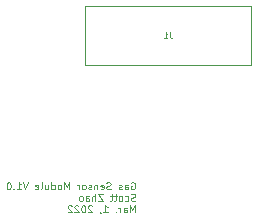
<source format=gbr>
%TF.GenerationSoftware,KiCad,Pcbnew,(6.0.0-0)*%
%TF.CreationDate,2022-03-07T02:22:32-05:00*%
%TF.ProjectId,multi_gas,6d756c74-695f-4676-9173-2e6b69636164,rev?*%
%TF.SameCoordinates,Original*%
%TF.FileFunction,Legend,Bot*%
%TF.FilePolarity,Positive*%
%FSLAX46Y46*%
G04 Gerber Fmt 4.6, Leading zero omitted, Abs format (unit mm)*
G04 Created by KiCad (PCBNEW (6.0.0-0)) date 2022-03-07 02:22:32*
%MOMM*%
%LPD*%
G01*
G04 APERTURE LIST*
%ADD10C,0.080000*%
%ADD11C,0.100000*%
%ADD12C,0.120000*%
G04 APERTURE END LIST*
D10*
X103884857Y-77474000D02*
X103942000Y-77445428D01*
X104027714Y-77445428D01*
X104113428Y-77474000D01*
X104170571Y-77531142D01*
X104199142Y-77588285D01*
X104227714Y-77702571D01*
X104227714Y-77788285D01*
X104199142Y-77902571D01*
X104170571Y-77959714D01*
X104113428Y-78016857D01*
X104027714Y-78045428D01*
X103970571Y-78045428D01*
X103884857Y-78016857D01*
X103856285Y-77988285D01*
X103856285Y-77788285D01*
X103970571Y-77788285D01*
X103342000Y-78045428D02*
X103342000Y-77731142D01*
X103370571Y-77674000D01*
X103427714Y-77645428D01*
X103542000Y-77645428D01*
X103599142Y-77674000D01*
X103342000Y-78016857D02*
X103399142Y-78045428D01*
X103542000Y-78045428D01*
X103599142Y-78016857D01*
X103627714Y-77959714D01*
X103627714Y-77902571D01*
X103599142Y-77845428D01*
X103542000Y-77816857D01*
X103399142Y-77816857D01*
X103342000Y-77788285D01*
X103084857Y-78016857D02*
X103027714Y-78045428D01*
X102913428Y-78045428D01*
X102856285Y-78016857D01*
X102827714Y-77959714D01*
X102827714Y-77931142D01*
X102856285Y-77874000D01*
X102913428Y-77845428D01*
X102999142Y-77845428D01*
X103056285Y-77816857D01*
X103084857Y-77759714D01*
X103084857Y-77731142D01*
X103056285Y-77674000D01*
X102999142Y-77645428D01*
X102913428Y-77645428D01*
X102856285Y-77674000D01*
X102142000Y-78016857D02*
X102056285Y-78045428D01*
X101913428Y-78045428D01*
X101856285Y-78016857D01*
X101827714Y-77988285D01*
X101799142Y-77931142D01*
X101799142Y-77874000D01*
X101827714Y-77816857D01*
X101856285Y-77788285D01*
X101913428Y-77759714D01*
X102027714Y-77731142D01*
X102084857Y-77702571D01*
X102113428Y-77674000D01*
X102142000Y-77616857D01*
X102142000Y-77559714D01*
X102113428Y-77502571D01*
X102084857Y-77474000D01*
X102027714Y-77445428D01*
X101884857Y-77445428D01*
X101799142Y-77474000D01*
X101313428Y-78016857D02*
X101370571Y-78045428D01*
X101484857Y-78045428D01*
X101542000Y-78016857D01*
X101570571Y-77959714D01*
X101570571Y-77731142D01*
X101542000Y-77674000D01*
X101484857Y-77645428D01*
X101370571Y-77645428D01*
X101313428Y-77674000D01*
X101284857Y-77731142D01*
X101284857Y-77788285D01*
X101570571Y-77845428D01*
X101027714Y-77645428D02*
X101027714Y-78045428D01*
X101027714Y-77702571D02*
X100999142Y-77674000D01*
X100942000Y-77645428D01*
X100856285Y-77645428D01*
X100799142Y-77674000D01*
X100770571Y-77731142D01*
X100770571Y-78045428D01*
X100513428Y-78016857D02*
X100456285Y-78045428D01*
X100342000Y-78045428D01*
X100284857Y-78016857D01*
X100256285Y-77959714D01*
X100256285Y-77931142D01*
X100284857Y-77874000D01*
X100342000Y-77845428D01*
X100427714Y-77845428D01*
X100484857Y-77816857D01*
X100513428Y-77759714D01*
X100513428Y-77731142D01*
X100484857Y-77674000D01*
X100427714Y-77645428D01*
X100342000Y-77645428D01*
X100284857Y-77674000D01*
X99913428Y-78045428D02*
X99970571Y-78016857D01*
X99999142Y-77988285D01*
X100027714Y-77931142D01*
X100027714Y-77759714D01*
X99999142Y-77702571D01*
X99970571Y-77674000D01*
X99913428Y-77645428D01*
X99827714Y-77645428D01*
X99770571Y-77674000D01*
X99742000Y-77702571D01*
X99713428Y-77759714D01*
X99713428Y-77931142D01*
X99742000Y-77988285D01*
X99770571Y-78016857D01*
X99827714Y-78045428D01*
X99913428Y-78045428D01*
X99456285Y-78045428D02*
X99456285Y-77645428D01*
X99456285Y-77759714D02*
X99427714Y-77702571D01*
X99399142Y-77674000D01*
X99342000Y-77645428D01*
X99284857Y-77645428D01*
X98627714Y-78045428D02*
X98627714Y-77445428D01*
X98427714Y-77874000D01*
X98227714Y-77445428D01*
X98227714Y-78045428D01*
X97856285Y-78045428D02*
X97913428Y-78016857D01*
X97942000Y-77988285D01*
X97970571Y-77931142D01*
X97970571Y-77759714D01*
X97942000Y-77702571D01*
X97913428Y-77674000D01*
X97856285Y-77645428D01*
X97770571Y-77645428D01*
X97713428Y-77674000D01*
X97684857Y-77702571D01*
X97656285Y-77759714D01*
X97656285Y-77931142D01*
X97684857Y-77988285D01*
X97713428Y-78016857D01*
X97770571Y-78045428D01*
X97856285Y-78045428D01*
X97142000Y-78045428D02*
X97142000Y-77445428D01*
X97142000Y-78016857D02*
X97199142Y-78045428D01*
X97313428Y-78045428D01*
X97370571Y-78016857D01*
X97399142Y-77988285D01*
X97427714Y-77931142D01*
X97427714Y-77759714D01*
X97399142Y-77702571D01*
X97370571Y-77674000D01*
X97313428Y-77645428D01*
X97199142Y-77645428D01*
X97142000Y-77674000D01*
X96599142Y-77645428D02*
X96599142Y-78045428D01*
X96856285Y-77645428D02*
X96856285Y-77959714D01*
X96827714Y-78016857D01*
X96770571Y-78045428D01*
X96684857Y-78045428D01*
X96627714Y-78016857D01*
X96599142Y-77988285D01*
X96227714Y-78045428D02*
X96284857Y-78016857D01*
X96313428Y-77959714D01*
X96313428Y-77445428D01*
X95770571Y-78016857D02*
X95827714Y-78045428D01*
X95942000Y-78045428D01*
X95999142Y-78016857D01*
X96027714Y-77959714D01*
X96027714Y-77731142D01*
X95999142Y-77674000D01*
X95942000Y-77645428D01*
X95827714Y-77645428D01*
X95770571Y-77674000D01*
X95742000Y-77731142D01*
X95742000Y-77788285D01*
X96027714Y-77845428D01*
X95113428Y-77445428D02*
X94913428Y-78045428D01*
X94713428Y-77445428D01*
X94199142Y-78045428D02*
X94542000Y-78045428D01*
X94370571Y-78045428D02*
X94370571Y-77445428D01*
X94427714Y-77531142D01*
X94484857Y-77588285D01*
X94542000Y-77616857D01*
X93942000Y-77988285D02*
X93913428Y-78016857D01*
X93942000Y-78045428D01*
X93970571Y-78016857D01*
X93942000Y-77988285D01*
X93942000Y-78045428D01*
X93542000Y-77445428D02*
X93484857Y-77445428D01*
X93427714Y-77474000D01*
X93399142Y-77502571D01*
X93370571Y-77559714D01*
X93342000Y-77674000D01*
X93342000Y-77816857D01*
X93370571Y-77931142D01*
X93399142Y-77988285D01*
X93427714Y-78016857D01*
X93484857Y-78045428D01*
X93542000Y-78045428D01*
X93599142Y-78016857D01*
X93627714Y-77988285D01*
X93656285Y-77931142D01*
X93684857Y-77816857D01*
X93684857Y-77674000D01*
X93656285Y-77559714D01*
X93627714Y-77502571D01*
X93599142Y-77474000D01*
X93542000Y-77445428D01*
X104227714Y-78982857D02*
X104142000Y-79011428D01*
X103999142Y-79011428D01*
X103942000Y-78982857D01*
X103913428Y-78954285D01*
X103884857Y-78897142D01*
X103884857Y-78840000D01*
X103913428Y-78782857D01*
X103942000Y-78754285D01*
X103999142Y-78725714D01*
X104113428Y-78697142D01*
X104170571Y-78668571D01*
X104199142Y-78640000D01*
X104227714Y-78582857D01*
X104227714Y-78525714D01*
X104199142Y-78468571D01*
X104170571Y-78440000D01*
X104113428Y-78411428D01*
X103970571Y-78411428D01*
X103884857Y-78440000D01*
X103370571Y-78982857D02*
X103427714Y-79011428D01*
X103542000Y-79011428D01*
X103599142Y-78982857D01*
X103627714Y-78954285D01*
X103656285Y-78897142D01*
X103656285Y-78725714D01*
X103627714Y-78668571D01*
X103599142Y-78640000D01*
X103542000Y-78611428D01*
X103427714Y-78611428D01*
X103370571Y-78640000D01*
X103027714Y-79011428D02*
X103084857Y-78982857D01*
X103113428Y-78954285D01*
X103142000Y-78897142D01*
X103142000Y-78725714D01*
X103113428Y-78668571D01*
X103084857Y-78640000D01*
X103027714Y-78611428D01*
X102942000Y-78611428D01*
X102884857Y-78640000D01*
X102856285Y-78668571D01*
X102827714Y-78725714D01*
X102827714Y-78897142D01*
X102856285Y-78954285D01*
X102884857Y-78982857D01*
X102942000Y-79011428D01*
X103027714Y-79011428D01*
X102656285Y-78611428D02*
X102427714Y-78611428D01*
X102570571Y-78411428D02*
X102570571Y-78925714D01*
X102542000Y-78982857D01*
X102484857Y-79011428D01*
X102427714Y-79011428D01*
X102313428Y-78611428D02*
X102084857Y-78611428D01*
X102227714Y-78411428D02*
X102227714Y-78925714D01*
X102199142Y-78982857D01*
X102142000Y-79011428D01*
X102084857Y-79011428D01*
X101484857Y-78411428D02*
X101084857Y-78411428D01*
X101484857Y-79011428D01*
X101084857Y-79011428D01*
X100856285Y-79011428D02*
X100856285Y-78411428D01*
X100599142Y-79011428D02*
X100599142Y-78697142D01*
X100627714Y-78640000D01*
X100684857Y-78611428D01*
X100770571Y-78611428D01*
X100827714Y-78640000D01*
X100856285Y-78668571D01*
X100056285Y-79011428D02*
X100056285Y-78697142D01*
X100084857Y-78640000D01*
X100142000Y-78611428D01*
X100256285Y-78611428D01*
X100313428Y-78640000D01*
X100056285Y-78982857D02*
X100113428Y-79011428D01*
X100256285Y-79011428D01*
X100313428Y-78982857D01*
X100342000Y-78925714D01*
X100342000Y-78868571D01*
X100313428Y-78811428D01*
X100256285Y-78782857D01*
X100113428Y-78782857D01*
X100056285Y-78754285D01*
X99684857Y-79011428D02*
X99742000Y-78982857D01*
X99770571Y-78954285D01*
X99799142Y-78897142D01*
X99799142Y-78725714D01*
X99770571Y-78668571D01*
X99742000Y-78640000D01*
X99684857Y-78611428D01*
X99599142Y-78611428D01*
X99542000Y-78640000D01*
X99513428Y-78668571D01*
X99484857Y-78725714D01*
X99484857Y-78897142D01*
X99513428Y-78954285D01*
X99542000Y-78982857D01*
X99599142Y-79011428D01*
X99684857Y-79011428D01*
X104199142Y-79977428D02*
X104199142Y-79377428D01*
X103999142Y-79806000D01*
X103799142Y-79377428D01*
X103799142Y-79977428D01*
X103256285Y-79977428D02*
X103256285Y-79663142D01*
X103284857Y-79606000D01*
X103342000Y-79577428D01*
X103456285Y-79577428D01*
X103513428Y-79606000D01*
X103256285Y-79948857D02*
X103313428Y-79977428D01*
X103456285Y-79977428D01*
X103513428Y-79948857D01*
X103542000Y-79891714D01*
X103542000Y-79834571D01*
X103513428Y-79777428D01*
X103456285Y-79748857D01*
X103313428Y-79748857D01*
X103256285Y-79720285D01*
X102970571Y-79977428D02*
X102970571Y-79577428D01*
X102970571Y-79691714D02*
X102942000Y-79634571D01*
X102913428Y-79606000D01*
X102856285Y-79577428D01*
X102799142Y-79577428D01*
X102599142Y-79920285D02*
X102570571Y-79948857D01*
X102599142Y-79977428D01*
X102627714Y-79948857D01*
X102599142Y-79920285D01*
X102599142Y-79977428D01*
X101542000Y-79977428D02*
X101884857Y-79977428D01*
X101713428Y-79977428D02*
X101713428Y-79377428D01*
X101770571Y-79463142D01*
X101827714Y-79520285D01*
X101884857Y-79548857D01*
X101256285Y-79948857D02*
X101256285Y-79977428D01*
X101284857Y-80034571D01*
X101313428Y-80063142D01*
X100570571Y-79434571D02*
X100542000Y-79406000D01*
X100484857Y-79377428D01*
X100342000Y-79377428D01*
X100284857Y-79406000D01*
X100256285Y-79434571D01*
X100227714Y-79491714D01*
X100227714Y-79548857D01*
X100256285Y-79634571D01*
X100599142Y-79977428D01*
X100227714Y-79977428D01*
X99856285Y-79377428D02*
X99799142Y-79377428D01*
X99742000Y-79406000D01*
X99713428Y-79434571D01*
X99684857Y-79491714D01*
X99656285Y-79606000D01*
X99656285Y-79748857D01*
X99684857Y-79863142D01*
X99713428Y-79920285D01*
X99742000Y-79948857D01*
X99799142Y-79977428D01*
X99856285Y-79977428D01*
X99913428Y-79948857D01*
X99942000Y-79920285D01*
X99970571Y-79863142D01*
X99999142Y-79748857D01*
X99999142Y-79606000D01*
X99970571Y-79491714D01*
X99942000Y-79434571D01*
X99913428Y-79406000D01*
X99856285Y-79377428D01*
X99427714Y-79434571D02*
X99399142Y-79406000D01*
X99342000Y-79377428D01*
X99199142Y-79377428D01*
X99142000Y-79406000D01*
X99113428Y-79434571D01*
X99084857Y-79491714D01*
X99084857Y-79548857D01*
X99113428Y-79634571D01*
X99456285Y-79977428D01*
X99084857Y-79977428D01*
X98856285Y-79434571D02*
X98827714Y-79406000D01*
X98770571Y-79377428D01*
X98627714Y-79377428D01*
X98570571Y-79406000D01*
X98542000Y-79434571D01*
X98513428Y-79491714D01*
X98513428Y-79548857D01*
X98542000Y-79634571D01*
X98884857Y-79977428D01*
X98513428Y-79977428D01*
D11*
%TO.C,J1*%
X107166666Y-64726190D02*
X107166666Y-65083333D01*
X107190476Y-65154761D01*
X107238095Y-65202380D01*
X107309523Y-65226190D01*
X107357142Y-65226190D01*
X106666666Y-65226190D02*
X106952380Y-65226190D01*
X106809523Y-65226190D02*
X106809523Y-64726190D01*
X106857142Y-64797619D01*
X106904761Y-64845238D01*
X106952380Y-64869047D01*
D12*
X100000000Y-67500000D02*
X100000000Y-62500000D01*
X113996500Y-62500000D02*
X113996500Y-67500000D01*
X113996500Y-67500000D02*
X100000000Y-67500000D01*
X100000000Y-62500000D02*
X113996500Y-62500000D01*
%TD*%
M02*

</source>
